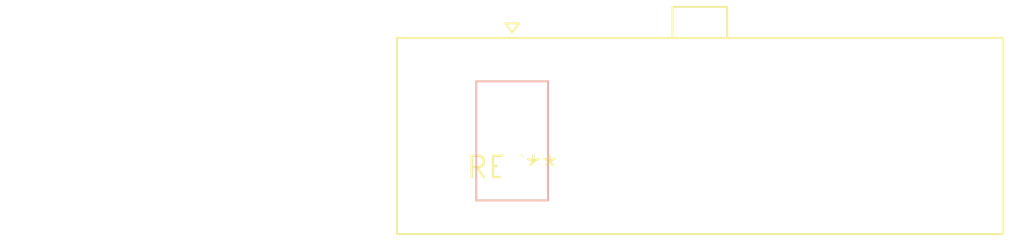
<source format=kicad_pcb>
(kicad_pcb (version 20240108) (generator pcbnew)
  (layers (0 "F.Cu" signal) (31 "B.Cu" signal) (34 "B.Paste" user) (35 "F.Paste" user) (36 "B.SilkS" user "B.Silkscreen") (37 "F.SilkS" user "F.Silkscreen") (38 "B.Mask" user) (39 "F.Mask" user) (44 "Edge.Cuts" user))
  (net 0 "")
  (footprint "Molex_Sabre_43160-2104_1x04_P7.49mm_Vertical_ThermalVias" (layer "F.Cu") (at 0 0)
    (property "Reference" "REF**")
    (property "Value" "Molex_Sabre_43160-2104_1x04_P7.49mm_Vertical_ThermalVias")
    (fp_line (start -2.15 -5.155) (end -2.15 1.975) (layer "B.SilkS") (stroke (width 0.12)))
    (fp_line (start -2.15 1.975) (end 2.15 1.975) (layer "B.SilkS") (stroke (width 0.12)))
    (fp_line (start 2.15 -5.155) (end -2.15 -5.155) (layer "B.SilkS") (stroke (width 0.12)))
    (fp_line (start 2.15 1.975) (end 2.15 -5.155) (layer "B.SilkS") (stroke (width 0.12)))
    (fp_line (start -6.9 -7.76) (end -6.9 3.99) (layer "F.SilkS") (stroke (width 0.12)))
    (fp_line (start -6.9 3.99) (end 29.37 3.99) (layer "F.SilkS") (stroke (width 0.12)))
    (fp_line (start -0.4 -8.625685) (end 0 -8.06) (layer "F.SilkS") (stroke (width 0.12)))
    (fp_line (start 0 -8.06) (end 0.4 -8.625685) (layer "F.SilkS") (stroke (width 0.12)))
    (fp_line (start 0.4 -8.625685) (end -0.4 -8.625685) (layer "F.SilkS") (stroke (width 0.12)))
    (fp_line (start 9.6 -9.61) (end 12.87 -9.61) (layer "F.SilkS") (stroke (width 0.12)))
    (fp_line (start 9.6 -7.76) (end 9.6 -9.61) (layer "F.SilkS") (stroke (width 0.12)))
    (fp_line (start 12.87 -9.61) (end 12.87 -7.76) (layer "F.SilkS") (stroke (width 0.12)))
    (fp_line (start 29.37 -7.76) (end -6.9 -7.76) (layer "F.SilkS") (stroke (width 0.12)))
    (fp_line (start 29.37 3.99) (end 29.37 -7.76) (layer "F.SilkS") (stroke (width 0.12)))
    (pad "" thru_hole circle (at -4.75 -3.43) (size 4 4) (drill 3) (layers *.Cu *.Mask) (remove_unused_layers))
    (pad "" thru_hole circle (at 27.22 -3.43) (size 4 4) (drill 3) (layers *.Cu *.Mask) (remove_unused_layers))
    (pad "1" thru_hole rect (at -1.44 -4.445) (size 0.6 0.6) (drill 0.3) (layers *.Cu *.Mask) (remove_unused_layers))
    (pad "1" thru_hole rect (at -1.44 -3.0175) (size 0.6 0.6) (drill 0.3) (layers *.Cu *.Mask) (remove_unused_layers))
    (pad "1" thru_hole rect (at -1.44 -1.59) (size 0.6 0.6) (drill 0.3) (layers *.Cu *.Mask) (remove_unused_layers))
    (pad "1" thru_hole rect (at -1.44 -0.1625) (size 0.6 0.6) (drill 0.3) (layers *.Cu *.Mask) (remove_unused_layers))
    (pad "1" thru_hole rect (at -1.44 1.265) (size 0.6 0.6) (drill 0.3) (layers *.Cu *.Mask) (remove_unused_layers))
    (pad "1" thru_hole rect (at 0 -4.445) (size 0.6 0.6) (drill 0.3) (layers *.Cu *.Mask) (remove_unused_layers))
    (pad "1" thru_hole rect (at 0 -3.18) (size 3.78 3.43) (drill 1.78) (layers *.Cu *.Mask) (remove_unused_layers))
    (pad "1" thru_hole rect (at 0 -1.59) (size 0.6 0.6) (drill 0.3) (layers *.Cu *.Mask) (remove_unused_layers))
    (pad "1" thru_hole rect (at 0 0) (size 3.78 3.43) (drill 1.78) (layers *.Cu *.Mask) (remove_unused_layers))
    (pad "1" thru_hole rect (at 0 1.265) (size 0.6 0.6) (drill 0.3) (layers *.Cu *.Mask) (remove_unused_layers))
    (pad "1" thru_hole rect (at 1.44 -4.445) (size 0.6 0.6) (drill 0.3) (layers *.Cu *.Mask) (remove_unused_layers))
    (pad "1" thru_hole rect (at 1.44 -3.0175) (size 0.6 0.6) (drill 0.3) (layers *.Cu *.Mask) (remove_unused_layers))
    (pad "1" thru_hole rect (at 1.44 -1.59) (size 0.6 0.6) (drill 0.3) (layers *.Cu *.Mask) (remove_unused_layers))
    (pad "1" thru_hole rect (at 1.44 -0.1625) (size 0.6 0.6) (drill 0.3) (layers *.Cu *.Mask) (remove_unused_layers))
    (pad "1" thru_hole rect (at 1.44 1.265) (size 0.6 0.6) (drill 0.3) (layers *.Cu *.Mask) (remove_unused_layers))
    (pad "2" thru_hole circle (at 6.05 -4.445) (size 0.6 0.6) (drill 0.3) (layers *.Cu *.Mask) (remove_unused_layers))
    (pad "2" thru_hole circle (at 6.05 -3.0175) (size 0.6 0.6) (drill 0.3) (layers *.Cu *.Mask) (remove_unused_layers))
    (pad "2" thru_hole circle (at 6.05 -1.59) (size 0.6 0.6) (drill 0.3) (layers *.Cu *.Mask) (remove_unused_layers))
    (pad "2" thru_hole circle (at 6.05 -0.1625) (size 0.6 0.6) (drill 0.3) (layers *.Cu *.Mask) (remove_unused_layers))
    (pad "2" thru_hole circle (at 6.05 1.265) (size 0.6 0.6) (drill 0.3) (layers *.Cu *.Mask) (remove_unused_layers))
    (pad "2" thru_hole circle (at 7.49 -4.445) (size 0.6 0.6) (drill 0.3) (layers *.Cu *.Mask) (remove_unused_layers))
    (pad "2" thru_hole rect (at 7.49 -3.18) (size 3.78 3.43) (drill 1.78) (layers *.Cu *.Mask) (remove_unused_layers))
    (pad "2" thru_hole circle (at 7.49 -1.59) (size 0.6 0.6) (drill 0.3) (layers *.Cu *.Mask) (remove_unused_layers))
    (pad "2" thru_hole rect (at 7.49 0) (size 3.78 3.43) (drill 1.78) (layers *.Cu *.Mask) (remove_unused_layers))
    (pad "2" thru_hole circle (at 7.49 1.265) (size 0.6 0.6) (drill 0.3) (layers *.Cu *.Mask) (remove_unused_layers))
    (pad "2" thru_hole circle (at 8.93 -4.445) (size 0.6 0.6) (drill 0.3) (layers *.Cu *.Mask) (remove_unused_layers))
    (pad "2" thru_hole circle (at 8.93 -3.0175) (size 0.6 0.6) (drill 0.3) (layers *.Cu *.Mask) (remove_unused_layers))
    (pad "2" thru_hole circle (at 8.93 -1.59) (size 0.6 0.6) (drill 0.3) (layers *.Cu *.Mask) (remove_unused_layers))
    (pad "2" thru_hole circle (at 8.93 -0.1625) (size 0.6 0.6) (drill 0.3) (layers *.Cu *.Mask) (remove_unused_layers))
    (pad "2" thru_hole circle (at 8.93 1.265) (size 0.6 0.6) (drill 0.3) (layers *.Cu *.Mask) (remove_unused_layers))
    (pad "3" thru_hole circle (at 13.54 -4.445) (size 0.6 0.6) (drill 0.3) (layers *.Cu *.Mask) (remove_unused_layers))
    (pad "3" thru_hole circle (at 13.54 -3.0175) (size 0.6 0.6) (drill 0.3) (layers *.Cu *.Mask) (remove_unused_layers))
    (pad "3" thru_hole circle (at 13.54 -1.59) (size 0.6 0.6) (drill 0.3) (layers *.Cu *.Mask) (remove_unused_layers))
    (pad "3" thru_hole circle (at 13.54 -0.1625) (size 0.6 0.6) (drill 0.3) (layers *.Cu *.Mask) (remove_unused_layers))
    (pad "3" thru_hole circle (at 13.54 1.265) (size 0.6 0.6) (drill 0.3) (layers *.Cu *.Mask) (remove_unused_layers))
    (pad "3" thru_hole circle (at 14.98 -4.445) (size 0.6 0.6) (drill 0.3) (layers *.Cu *.Mask) (remove_unused_layers))
    (pad "3" thru_hole rect (at 14.98 -3.18) (size 3.78 3.43) (drill 1.78) (layers *.Cu *.Mask) (remove_unused_layers))
    (pad "3" thru_hole circle (at 14.98 -1.59) (size 0.6 0.6) (drill 0.3) (layers *.Cu *.Mask) (remove_unused_layers))
    (pad "3" thru_hole rect (at 14.98 0) (size 3.78 3.43) (drill 1.78) (layers *.Cu *.Mask) (remove_unused_layers))
    (pad "3" thru_hole circle (at 14.98 1.265) (size 0.6 0.6) (drill 0.3) (layers *.Cu *.Mask) (remove_unused_layers))
    (pad "3" thru_hole circle (at 16.42 -4.445) (size 0.6 0.6) (drill 0.3) (layers *.Cu *.Mask) (remove_unused_layers))
    (pad "3" thru_hole circle (at 16.42 -3.0175) (size 0.6 0.6) (drill 0.3) (layers *.Cu *.Mask) (remove_unused_layers))
    (pad "3" thru_hole circle (at 16.42 -1.59) (size 0.6 0.6) (drill 0.3) (layers *.Cu *.Mask) (remove_unused_layers))
    (pad "3" thru_hole circle (at 16.42 -0.1625) (size 0.6 0.6) (drill 0.3) (layers *.Cu *.Mask) (remove_unused_layers))
    (pad "3" thru_hole circle (at 16.42 1.265) (size 0.6 0.6) (drill 0.3) (layers *.Cu *.Mask) (remove_unused_layers))
    (pad "4" thru_hole circle (at 21.03 -4.445) (size 0.6 0.6) (drill 0.3) (layers *.Cu *.Mask) (remove_unused_layers))
    (pad "4" thru_hole circle (at 21.03 -3.0175) (size 0.6 0.6) (drill 0.3) (layers *.Cu *.Mask) (remove_unused_layers))
    (pad "4" thru_hole circle (at 21.03 -1.59) (size 0.6 0.6) (drill 0.3) (layers *.Cu *.Mask) (remove_unused_layers))
    (pad "4" thru_hole circle (at 21.03 -0.1625) (size 0.6 0.6) (drill 0.3) (layers *.Cu *.Mask) (remove_unused_layers))
    (pad "4" thru_hole circle (at 21.03 1.265) (size 0.6 0.6) (drill 0.3) (layers *.Cu *.Mask) (remove_unused_layers))
    (pad "4" thru_hole circle (at 22.47 -4.445) (size 0.6 0.6) (drill 0.3) (layers *.Cu *.Mask) (remove_unused_layers))
    (pad "4" thru_hole rect (at 22.47 -3.18) (size 3.78 3.43) (drill 1.78) (layers *.Cu *.Mask) (remove_unused_layers))
    (pad "4" thru_hole circle (at 22.47 -1.59) (size 0.6 0.6) (drill 0.3) (layers *.Cu *.Mask) (remove_unused_layers))
    (pad "4" thru_hole rect (at 22.47 0) (size 3.78 3.43) (drill 1.78) (layers *.Cu *.Mask) (remove_unused_layers))
    (pad "4" thru_hole circle (at 22.47 1.265) (size 0.6 0.6) (drill 0.3) (layers *.Cu *.Mask) (remove_unused_layers))
    (pad "4" thru_hole circle (at 23.91 -4.445) (size 0.6 0.6) (drill 0.3) (layers *.Cu *.Mask) (remove_unused_layers))
    (pad "4" thru_hole circle (at 23.91 -3.0175) (size 0.6 0.6) (drill 0.3) (layers *.Cu *.Mask) (remove_unused_layers))
    (pad "4" thru_hole circle (at 23.91 -1.59) (size 0.6 0.6) (drill 0.3) (layers *.Cu *.Mask) (remove_unused_layers))
    (pad "4" thru_hole circle (at 23.91 -0.1625) (size 0.6 0.6) (drill 0.3) (layers *.Cu *.Mask) (remove_unused_layers))
    (pad "4" thru_hole circle (at 23.91 1.265) (size 0.6 0.6) (drill 0.3) (layers *.Cu *.Mask) (remove_unused_layers))
  )
)
</source>
